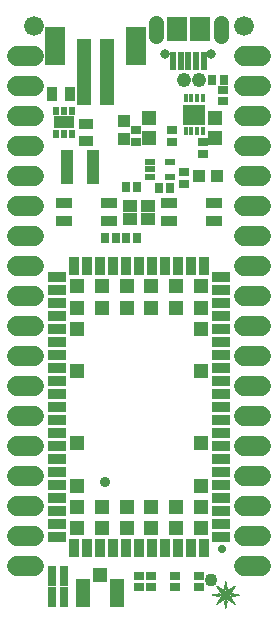
<source format=gts>
G75*
%MOIN*%
%OFA0B0*%
%FSLAX25Y25*%
%IPPOS*%
%LPD*%
%AMOC8*
5,1,8,0,0,1.08239X$1,22.5*
%
%ADD10R,0.02375X0.06115*%
%ADD11C,0.05131*%
%ADD12R,0.06706X0.08280*%
%ADD13C,0.03162*%
%ADD14R,0.05721X0.03359*%
%ADD15R,0.02600X0.03200*%
%ADD16C,0.06600*%
%ADD17R,0.04737X0.04934*%
%ADD18R,0.04934X0.09461*%
%ADD19R,0.03200X0.02600*%
%ADD20C,0.00100*%
%ADD21R,0.03543X0.06299*%
%ADD22R,0.06299X0.03543*%
%ADD23C,0.02769*%
%ADD24R,0.04724X0.04724*%
%ADD25C,0.03556*%
%ADD26C,0.04343*%
%ADD27R,0.04737X0.03950*%
%ADD28R,0.07099X0.12611*%
%ADD29R,0.04737X0.22454*%
%ADD30R,0.03950X0.03950*%
%ADD31R,0.03600X0.04900*%
%ADD32R,0.04900X0.03600*%
%ADD33R,0.01181X0.03150*%
%ADD34R,0.07402X0.06811*%
%ADD35R,0.04737X0.05131*%
%ADD36C,0.04762*%
%ADD37R,0.07099X0.04343*%
%ADD38R,0.01981X0.03162*%
%ADD39R,0.03950X0.11430*%
%ADD40C,0.06600*%
%ADD41R,0.03556X0.02375*%
D10*
X0089045Y0189655D03*
X0091604Y0189655D03*
X0094163Y0189655D03*
X0096723Y0189655D03*
X0099282Y0189655D03*
D11*
X0105089Y0198021D02*
X0105089Y0202352D01*
X0083238Y0202352D02*
X0083238Y0198021D01*
D12*
X0090226Y0200147D03*
X0098100Y0200186D03*
D13*
X0101841Y0191919D03*
X0086486Y0191919D03*
D14*
X0087782Y0142238D03*
X0087782Y0136135D03*
X0102545Y0136135D03*
X0102545Y0142238D03*
X0067545Y0142238D03*
X0067545Y0136135D03*
X0052782Y0136135D03*
X0052782Y0142238D03*
D15*
X0066263Y0130686D03*
X0070063Y0130686D03*
X0073263Y0130686D03*
X0077063Y0130686D03*
X0077063Y0147686D03*
X0073263Y0147686D03*
X0084363Y0147386D03*
X0088163Y0147386D03*
X0102163Y0183186D03*
X0105963Y0183186D03*
X0052563Y0019686D03*
X0048763Y0019686D03*
X0048763Y0016186D03*
X0052563Y0016186D03*
X0052563Y0012686D03*
X0052563Y0009186D03*
X0048763Y0009186D03*
X0048763Y0012686D03*
D16*
X0042663Y0021186D02*
X0036863Y0021186D01*
X0036863Y0031186D02*
X0042663Y0031186D01*
X0042663Y0041186D02*
X0036863Y0041186D01*
X0036863Y0051186D02*
X0042663Y0051186D01*
X0042663Y0061186D02*
X0036863Y0061186D01*
X0036863Y0071186D02*
X0042663Y0071186D01*
X0042663Y0081186D02*
X0036863Y0081186D01*
X0036863Y0091186D02*
X0042663Y0091186D01*
X0042663Y0101186D02*
X0036863Y0101186D01*
X0036863Y0111186D02*
X0042663Y0111186D01*
X0042663Y0121186D02*
X0036863Y0121186D01*
X0036863Y0131186D02*
X0042663Y0131186D01*
X0042663Y0141186D02*
X0036863Y0141186D01*
X0036863Y0151186D02*
X0042663Y0151186D01*
X0042663Y0161186D02*
X0036863Y0161186D01*
X0036863Y0171186D02*
X0042663Y0171186D01*
X0042663Y0181186D02*
X0036863Y0181186D01*
X0036863Y0191186D02*
X0042663Y0191186D01*
X0112663Y0191186D02*
X0118463Y0191186D01*
X0118463Y0181186D02*
X0112663Y0181186D01*
X0112663Y0171186D02*
X0118463Y0171186D01*
X0118463Y0161186D02*
X0112663Y0161186D01*
X0112663Y0151186D02*
X0118463Y0151186D01*
X0118463Y0141186D02*
X0112663Y0141186D01*
X0112663Y0131186D02*
X0118463Y0131186D01*
X0118463Y0121186D02*
X0112663Y0121186D01*
X0112663Y0111186D02*
X0118463Y0111186D01*
X0118463Y0101186D02*
X0112663Y0101186D01*
X0112663Y0091186D02*
X0118463Y0091186D01*
X0118463Y0081186D02*
X0112663Y0081186D01*
X0112663Y0071186D02*
X0118463Y0071186D01*
X0118463Y0061186D02*
X0112663Y0061186D01*
X0112663Y0051186D02*
X0118463Y0051186D01*
X0118463Y0041186D02*
X0112663Y0041186D01*
X0112663Y0031186D02*
X0118463Y0031186D01*
X0118463Y0021186D02*
X0112663Y0021186D01*
D17*
X0064663Y0018200D03*
D18*
X0058856Y0012186D03*
X0070471Y0012186D03*
D19*
X0077663Y0014286D03*
X0081663Y0014286D03*
X0089663Y0014286D03*
X0089663Y0018086D03*
X0081663Y0018086D03*
X0077663Y0018086D03*
X0097663Y0018086D03*
X0097663Y0014286D03*
X0092663Y0148686D03*
X0092663Y0152486D03*
X0099163Y0158786D03*
X0099163Y0162586D03*
X0088663Y0162786D03*
X0088663Y0166586D03*
X0076663Y0166586D03*
X0076663Y0162786D03*
X0105663Y0176186D03*
X0105663Y0179986D03*
D20*
X0106463Y0016186D02*
X0106963Y0013786D01*
X0106463Y0013486D01*
X0105963Y0013786D01*
X0106463Y0016186D01*
X0106453Y0016136D02*
X0106474Y0016136D01*
X0106494Y0016037D02*
X0106432Y0016037D01*
X0106412Y0015939D02*
X0106515Y0015939D01*
X0106536Y0015840D02*
X0106391Y0015840D01*
X0106371Y0015742D02*
X0106556Y0015742D01*
X0106577Y0015643D02*
X0106350Y0015643D01*
X0106330Y0015545D02*
X0106597Y0015545D01*
X0106618Y0015446D02*
X0106309Y0015446D01*
X0106289Y0015348D02*
X0106638Y0015348D01*
X0106659Y0015249D02*
X0106268Y0015249D01*
X0106248Y0015151D02*
X0106679Y0015151D01*
X0106700Y0015052D02*
X0106227Y0015052D01*
X0106207Y0014954D02*
X0106720Y0014954D01*
X0106741Y0014855D02*
X0106186Y0014855D01*
X0106166Y0014757D02*
X0106761Y0014757D01*
X0106782Y0014658D02*
X0106145Y0014658D01*
X0106125Y0014560D02*
X0106802Y0014560D01*
X0106823Y0014461D02*
X0106104Y0014461D01*
X0106084Y0014363D02*
X0106843Y0014363D01*
X0106864Y0014264D02*
X0106063Y0014264D01*
X0106043Y0014166D02*
X0106884Y0014166D01*
X0106905Y0014067D02*
X0106022Y0014067D01*
X0106001Y0013969D02*
X0106925Y0013969D01*
X0106946Y0013870D02*
X0105981Y0013870D01*
X0105988Y0013772D02*
X0106939Y0013772D01*
X0106775Y0013673D02*
X0106152Y0013673D01*
X0106316Y0013575D02*
X0106611Y0013575D01*
X0106944Y0013181D02*
X0108493Y0013181D01*
X0108559Y0013279D02*
X0107104Y0013279D01*
X0107265Y0013378D02*
X0108624Y0013378D01*
X0108690Y0013476D02*
X0107426Y0013476D01*
X0107587Y0013575D02*
X0108756Y0013575D01*
X0108821Y0013673D02*
X0107747Y0013673D01*
X0107908Y0013772D02*
X0108887Y0013772D01*
X0108953Y0013870D02*
X0108069Y0013870D01*
X0108229Y0013969D02*
X0109018Y0013969D01*
X0109084Y0014067D02*
X0108390Y0014067D01*
X0108551Y0014166D02*
X0109150Y0014166D01*
X0109215Y0014264D02*
X0108712Y0014264D01*
X0108872Y0014363D02*
X0109281Y0014363D01*
X0109347Y0014461D02*
X0109033Y0014461D01*
X0109194Y0014560D02*
X0109412Y0014560D01*
X0109355Y0014658D02*
X0109478Y0014658D01*
X0109515Y0014757D02*
X0109544Y0014757D01*
X0109563Y0014786D02*
X0106463Y0012886D01*
X0103463Y0014786D01*
X0105363Y0011786D01*
X0103363Y0008586D01*
X0106463Y0010586D01*
X0109563Y0008686D01*
X0107563Y0011786D01*
X0109563Y0014786D01*
X0108427Y0013082D02*
X0106783Y0013082D01*
X0106622Y0012984D02*
X0108362Y0012984D01*
X0108296Y0012885D02*
X0104668Y0012885D01*
X0104730Y0012787D02*
X0108230Y0012787D01*
X0108165Y0012688D02*
X0104792Y0012688D01*
X0104855Y0012590D02*
X0108099Y0012590D01*
X0108033Y0012491D02*
X0104917Y0012491D01*
X0104980Y0012393D02*
X0107968Y0012393D01*
X0107902Y0012294D02*
X0105042Y0012294D01*
X0105104Y0012196D02*
X0107836Y0012196D01*
X0107771Y0012097D02*
X0105167Y0012097D01*
X0105229Y0011998D02*
X0107705Y0011998D01*
X0107639Y0011900D02*
X0105291Y0011900D01*
X0105354Y0011801D02*
X0107574Y0011801D01*
X0107617Y0011703D02*
X0105311Y0011703D01*
X0105250Y0011604D02*
X0107681Y0011604D01*
X0107744Y0011506D02*
X0105188Y0011506D01*
X0105127Y0011407D02*
X0107808Y0011407D01*
X0107871Y0011309D02*
X0105065Y0011309D01*
X0105004Y0011210D02*
X0107935Y0011210D01*
X0107999Y0011112D02*
X0104942Y0011112D01*
X0104880Y0011013D02*
X0108062Y0011013D01*
X0108126Y0010915D02*
X0104819Y0010915D01*
X0104757Y0010816D02*
X0108189Y0010816D01*
X0108253Y0010718D02*
X0104696Y0010718D01*
X0104634Y0010619D02*
X0108316Y0010619D01*
X0108380Y0010521D02*
X0106570Y0010521D01*
X0106731Y0010422D02*
X0108443Y0010422D01*
X0108507Y0010324D02*
X0106892Y0010324D01*
X0107053Y0010225D02*
X0108571Y0010225D01*
X0108634Y0010127D02*
X0107213Y0010127D01*
X0107374Y0010028D02*
X0108698Y0010028D01*
X0108761Y0009930D02*
X0107535Y0009930D01*
X0107695Y0009831D02*
X0108825Y0009831D01*
X0108888Y0009733D02*
X0107856Y0009733D01*
X0108017Y0009634D02*
X0108952Y0009634D01*
X0109015Y0009536D02*
X0108178Y0009536D01*
X0108338Y0009437D02*
X0109079Y0009437D01*
X0109143Y0009339D02*
X0108499Y0009339D01*
X0108660Y0009240D02*
X0109206Y0009240D01*
X0109270Y0009142D02*
X0108821Y0009142D01*
X0108981Y0009043D02*
X0109333Y0009043D01*
X0109397Y0008945D02*
X0109142Y0008945D01*
X0109303Y0008846D02*
X0109460Y0008846D01*
X0109463Y0008748D02*
X0109524Y0008748D01*
X0109121Y0011407D02*
X0108491Y0011407D01*
X0108550Y0011309D02*
X0108667Y0011309D01*
X0108563Y0011286D02*
X0110863Y0011786D01*
X0108563Y0012286D01*
X0108263Y0011786D01*
X0108563Y0011286D01*
X0108432Y0011506D02*
X0109574Y0011506D01*
X0110027Y0011604D02*
X0108373Y0011604D01*
X0108313Y0011703D02*
X0110480Y0011703D01*
X0110341Y0011900D02*
X0108332Y0011900D01*
X0108391Y0011998D02*
X0109887Y0011998D01*
X0109434Y0012097D02*
X0108450Y0012097D01*
X0108509Y0012196D02*
X0108981Y0012196D01*
X0108273Y0011801D02*
X0110794Y0011801D01*
X0106963Y0009686D02*
X0106463Y0009986D01*
X0105963Y0009686D01*
X0106463Y0007286D01*
X0106963Y0009686D01*
X0106953Y0009634D02*
X0105974Y0009634D01*
X0105995Y0009536D02*
X0106932Y0009536D01*
X0106912Y0009437D02*
X0106015Y0009437D01*
X0106036Y0009339D02*
X0106891Y0009339D01*
X0106871Y0009240D02*
X0106056Y0009240D01*
X0106077Y0009142D02*
X0106850Y0009142D01*
X0106829Y0009043D02*
X0106097Y0009043D01*
X0106118Y0008945D02*
X0106809Y0008945D01*
X0106788Y0008846D02*
X0106139Y0008846D01*
X0106159Y0008748D02*
X0106768Y0008748D01*
X0106747Y0008649D02*
X0106180Y0008649D01*
X0106200Y0008551D02*
X0106727Y0008551D01*
X0106706Y0008452D02*
X0106221Y0008452D01*
X0106241Y0008354D02*
X0106686Y0008354D01*
X0106665Y0008255D02*
X0106262Y0008255D01*
X0106282Y0008157D02*
X0106645Y0008157D01*
X0106624Y0008058D02*
X0106303Y0008058D01*
X0106323Y0007960D02*
X0106604Y0007960D01*
X0106583Y0007861D02*
X0106344Y0007861D01*
X0106364Y0007763D02*
X0106563Y0007763D01*
X0106542Y0007664D02*
X0106385Y0007664D01*
X0106405Y0007565D02*
X0106522Y0007565D01*
X0106501Y0007467D02*
X0106426Y0007467D01*
X0106446Y0007368D02*
X0106481Y0007368D01*
X0106886Y0009733D02*
X0106041Y0009733D01*
X0106205Y0009831D02*
X0106722Y0009831D01*
X0106558Y0009930D02*
X0106369Y0009930D01*
X0106057Y0010324D02*
X0104449Y0010324D01*
X0104388Y0010225D02*
X0105904Y0010225D01*
X0105751Y0010127D02*
X0104326Y0010127D01*
X0104265Y0010028D02*
X0105598Y0010028D01*
X0105446Y0009930D02*
X0104203Y0009930D01*
X0104142Y0009831D02*
X0105293Y0009831D01*
X0105140Y0009733D02*
X0104080Y0009733D01*
X0104018Y0009634D02*
X0104988Y0009634D01*
X0104835Y0009536D02*
X0103957Y0009536D01*
X0103895Y0009437D02*
X0104682Y0009437D01*
X0104530Y0009339D02*
X0103834Y0009339D01*
X0103772Y0009240D02*
X0104377Y0009240D01*
X0104224Y0009142D02*
X0103711Y0009142D01*
X0103649Y0009043D02*
X0104072Y0009043D01*
X0103919Y0008945D02*
X0103587Y0008945D01*
X0103526Y0008846D02*
X0103766Y0008846D01*
X0103613Y0008748D02*
X0103464Y0008748D01*
X0103461Y0008649D02*
X0103403Y0008649D01*
X0104511Y0010422D02*
X0106209Y0010422D01*
X0106362Y0010521D02*
X0104573Y0010521D01*
X0104363Y0011286D02*
X0102063Y0011786D01*
X0104363Y0012286D01*
X0104763Y0011786D01*
X0104363Y0011286D01*
X0104382Y0011309D02*
X0104260Y0011309D01*
X0104460Y0011407D02*
X0103806Y0011407D01*
X0103353Y0011506D02*
X0104539Y0011506D01*
X0104618Y0011604D02*
X0102900Y0011604D01*
X0103039Y0011998D02*
X0104594Y0011998D01*
X0104673Y0011900D02*
X0102586Y0011900D01*
X0102447Y0011703D02*
X0104697Y0011703D01*
X0104751Y0011801D02*
X0102133Y0011801D01*
X0103493Y0012097D02*
X0104515Y0012097D01*
X0104436Y0012196D02*
X0103946Y0012196D01*
X0104605Y0012984D02*
X0106310Y0012984D01*
X0106154Y0013082D02*
X0104543Y0013082D01*
X0104480Y0013181D02*
X0105999Y0013181D01*
X0105843Y0013279D02*
X0104418Y0013279D01*
X0104356Y0013378D02*
X0105688Y0013378D01*
X0105532Y0013476D02*
X0104293Y0013476D01*
X0104231Y0013575D02*
X0105377Y0013575D01*
X0105221Y0013673D02*
X0104168Y0013673D01*
X0104106Y0013772D02*
X0105066Y0013772D01*
X0104910Y0013870D02*
X0104044Y0013870D01*
X0103981Y0013969D02*
X0104754Y0013969D01*
X0104599Y0014067D02*
X0103919Y0014067D01*
X0103856Y0014166D02*
X0104443Y0014166D01*
X0104288Y0014264D02*
X0103794Y0014264D01*
X0103732Y0014363D02*
X0104132Y0014363D01*
X0103977Y0014461D02*
X0103669Y0014461D01*
X0103607Y0014560D02*
X0103821Y0014560D01*
X0103666Y0014658D02*
X0103545Y0014658D01*
X0103510Y0014757D02*
X0103482Y0014757D01*
D21*
X0099317Y0027139D03*
X0094986Y0027139D03*
X0090656Y0027139D03*
X0086325Y0027139D03*
X0081994Y0027139D03*
X0077663Y0027139D03*
X0073333Y0027139D03*
X0069002Y0027139D03*
X0064671Y0027139D03*
X0060341Y0027139D03*
X0056010Y0027139D03*
X0056010Y0121234D03*
X0060341Y0121234D03*
X0064671Y0121234D03*
X0069002Y0121234D03*
X0073333Y0121234D03*
X0077663Y0121234D03*
X0081994Y0121234D03*
X0086325Y0121234D03*
X0090656Y0121234D03*
X0094986Y0121234D03*
X0099317Y0121234D03*
D22*
X0105026Y0117493D03*
X0105026Y0113163D03*
X0105026Y0108832D03*
X0105026Y0104501D03*
X0105026Y0100171D03*
X0105026Y0095840D03*
X0105026Y0091509D03*
X0105026Y0087178D03*
X0105026Y0082848D03*
X0105026Y0078517D03*
X0105026Y0074186D03*
X0105026Y0069856D03*
X0105026Y0065525D03*
X0105026Y0061194D03*
X0105026Y0056863D03*
X0105026Y0052533D03*
X0105026Y0048202D03*
X0105026Y0043871D03*
X0105026Y0039541D03*
X0105026Y0035210D03*
X0105026Y0030879D03*
X0050301Y0030879D03*
X0050301Y0035210D03*
X0050301Y0039541D03*
X0050301Y0043871D03*
X0050301Y0048202D03*
X0050301Y0052533D03*
X0050301Y0056863D03*
X0050301Y0061194D03*
X0050301Y0065525D03*
X0050301Y0069856D03*
X0050301Y0074186D03*
X0050301Y0078517D03*
X0050301Y0082848D03*
X0050301Y0087178D03*
X0050301Y0091509D03*
X0050301Y0095840D03*
X0050301Y0100171D03*
X0050301Y0104501D03*
X0050301Y0108832D03*
X0050301Y0113163D03*
X0050301Y0117493D03*
D23*
X0105223Y0026942D03*
D24*
X0098333Y0033832D03*
X0090065Y0033832D03*
X0081797Y0033832D03*
X0073530Y0033832D03*
X0065262Y0033832D03*
X0056994Y0033832D03*
X0056994Y0040919D03*
X0065262Y0040919D03*
X0073530Y0040919D03*
X0081797Y0040919D03*
X0090065Y0040919D03*
X0098333Y0040919D03*
X0098333Y0048005D03*
X0098333Y0062178D03*
X0056994Y0062178D03*
X0056994Y0048005D03*
X0056994Y0086194D03*
X0056994Y0100367D03*
X0056994Y0107454D03*
X0065262Y0107454D03*
X0073530Y0107454D03*
X0081797Y0107454D03*
X0090065Y0107454D03*
X0098333Y0107454D03*
X0098333Y0100367D03*
X0098333Y0086194D03*
X0098333Y0114541D03*
X0090065Y0114541D03*
X0081797Y0114541D03*
X0073530Y0114541D03*
X0065262Y0114541D03*
X0056994Y0114541D03*
D25*
X0066356Y0049225D03*
D26*
X0101789Y0016548D03*
D27*
X0080616Y0137021D03*
X0074711Y0137021D03*
X0074711Y0141352D03*
X0080616Y0141352D03*
D28*
X0076549Y0194749D03*
X0049778Y0194749D03*
D29*
X0059226Y0185812D03*
X0067100Y0185812D03*
D30*
X0072663Y0169639D03*
X0072663Y0163734D03*
X0097711Y0151186D03*
X0103616Y0151186D03*
D31*
X0054604Y0178711D03*
X0048704Y0178711D03*
D32*
X0060145Y0168716D03*
X0060145Y0162816D03*
D33*
X0093211Y0166175D03*
X0093211Y0166175D03*
X0095179Y0166175D03*
X0097148Y0166175D03*
X0099116Y0166175D03*
X0099116Y0177198D03*
X0097148Y0177198D03*
X0095179Y0177198D03*
X0093211Y0177198D03*
D34*
X0096163Y0171686D03*
D35*
X0103163Y0170533D03*
X0103163Y0163840D03*
X0081163Y0163840D03*
X0081163Y0170533D03*
D36*
X0092663Y0183186D03*
X0097663Y0183186D03*
D37*
X0052663Y0169186D03*
D38*
X0052663Y0165249D03*
X0050104Y0165249D03*
X0055223Y0165249D03*
X0055223Y0173123D03*
X0052663Y0173123D03*
X0050104Y0173123D03*
D39*
X0053824Y0154212D03*
X0062486Y0154212D03*
D40*
X0042663Y0201186D03*
X0112663Y0201186D03*
D41*
X0088110Y0156045D03*
X0081417Y0156045D03*
X0081417Y0153486D03*
X0081417Y0150927D03*
X0088110Y0150927D03*
M02*

</source>
